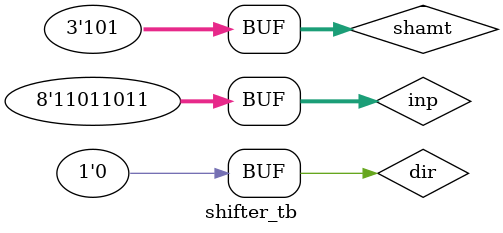
<source format=v>
`timescale 1ns / 1ps


module shifter_tb;

	// Inputs
	reg [7:0] inp;
	reg [2:0] shamt;
	reg dir;

	// Outputs
	wire [7:0] outp;

	// Instantiate the Unit Under Test (UUT)
	barrel_shift_register uut (
		.inp(inp),  
		.shamt(shamt), 
		.dir(dir), 
		.outp(outp)
	);

	initial begin
		// Initialize Inputs
		inp = 8'b11011011;
		shamt = 0;
		dir = 0;

		// Wait 100 ns for global reset to finish
		#100;
		shamt = 3'b101;
		dir = 0;
		// Add stimulus here

	end
      
endmodule


</source>
